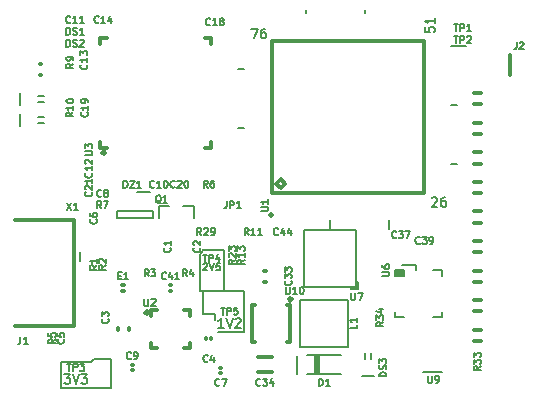
<source format=gto>
G04 #@! TF.FileFunction,Legend,Top*
%FSLAX46Y46*%
G04 Gerber Fmt 4.6, Leading zero omitted, Abs format (unit mm)*
G04 Created by KiCad (PCBNEW (after 2015-mar-04 BZR unknown)-product) date Thu 09 Apr 2015 03:29:38 PM EDT*
%MOMM*%
G01*
G04 APERTURE LIST*
%ADD10C,0.100000*%
%ADD11C,0.200000*%
%ADD12C,0.150000*%
%ADD13C,0.350000*%
%ADD14C,0.300000*%
G04 APERTURE END LIST*
D10*
D11*
X116000000Y-111750000D02*
X116250000Y-111750000D01*
X116000000Y-108750000D02*
X116000000Y-111750000D01*
X116250000Y-108250000D02*
X116000000Y-108750000D01*
X118000000Y-108250000D02*
X116250000Y-108250000D01*
X118000000Y-111750000D02*
X118000000Y-108250000D01*
D12*
X116285714Y-109478571D02*
X116314285Y-109450000D01*
X116371428Y-109421429D01*
X116514285Y-109421429D01*
X116571428Y-109450000D01*
X116599999Y-109478571D01*
X116628571Y-109535714D01*
X116628571Y-109592857D01*
X116599999Y-109678571D01*
X116257142Y-110021429D01*
X116628571Y-110021429D01*
X116800000Y-109421429D02*
X117000000Y-110021429D01*
X117200000Y-109421429D01*
X117685714Y-109421429D02*
X117400000Y-109421429D01*
X117371429Y-109707143D01*
X117400000Y-109678571D01*
X117457143Y-109650000D01*
X117600000Y-109650000D01*
X117657143Y-109678571D01*
X117685714Y-109707143D01*
X117714286Y-109764286D01*
X117714286Y-109907143D01*
X117685714Y-109964286D01*
X117657143Y-109992857D01*
X117600000Y-110021429D01*
X117457143Y-110021429D01*
X117400000Y-109992857D01*
X117371429Y-109964286D01*
D11*
X117250000Y-113750000D02*
X117250000Y-114250000D01*
X116250000Y-113750000D02*
X117250000Y-113750000D01*
X116250000Y-111750000D02*
X116250000Y-113750000D01*
X119750000Y-111750000D02*
X116250000Y-111750000D01*
X119750000Y-115250000D02*
X119750000Y-111750000D01*
X117500000Y-115250000D02*
X119750000Y-115250000D01*
X118004762Y-114861905D02*
X117547619Y-114861905D01*
X117776190Y-114861905D02*
X117776190Y-114061905D01*
X117700000Y-114176190D01*
X117623809Y-114252381D01*
X117547619Y-114290476D01*
X118233333Y-114061905D02*
X118500000Y-114861905D01*
X118766667Y-114061905D01*
X118995238Y-114138095D02*
X119033333Y-114100000D01*
X119109524Y-114061905D01*
X119300000Y-114061905D01*
X119376190Y-114100000D01*
X119414286Y-114138095D01*
X119452381Y-114214286D01*
X119452381Y-114290476D01*
X119414286Y-114404762D01*
X118957143Y-114861905D01*
X119452381Y-114861905D01*
X107000000Y-117500000D02*
X108500000Y-117500000D01*
X106750000Y-117750000D02*
X107000000Y-117500000D01*
X104250000Y-117750000D02*
X106750000Y-117750000D01*
X104250000Y-120000000D02*
X104250000Y-117750000D01*
X108500000Y-120000000D02*
X104250000Y-120000000D01*
X108500000Y-117500000D02*
X108500000Y-120000000D01*
X104509524Y-118811905D02*
X105004762Y-118811905D01*
X104738095Y-119116667D01*
X104852381Y-119116667D01*
X104928571Y-119154762D01*
X104966667Y-119192857D01*
X105004762Y-119269048D01*
X105004762Y-119459524D01*
X104966667Y-119535714D01*
X104928571Y-119573810D01*
X104852381Y-119611905D01*
X104623809Y-119611905D01*
X104547619Y-119573810D01*
X104509524Y-119535714D01*
X105233333Y-118811905D02*
X105500000Y-119611905D01*
X105766667Y-118811905D01*
X105957143Y-118811905D02*
X106452381Y-118811905D01*
X106185714Y-119116667D01*
X106300000Y-119116667D01*
X106376190Y-119154762D01*
X106414286Y-119192857D01*
X106452381Y-119269048D01*
X106452381Y-119459524D01*
X106414286Y-119535714D01*
X106376190Y-119573810D01*
X106300000Y-119611905D01*
X106071428Y-119611905D01*
X105995238Y-119573810D01*
X105957143Y-119535714D01*
X119750000Y-98000000D02*
X119250000Y-98000000D01*
X119750000Y-93000000D02*
X119250000Y-93000000D01*
X125000000Y-88250000D02*
X125000000Y-88000000D01*
X130000000Y-88250000D02*
X130000000Y-88000000D01*
X137250000Y-91000000D02*
X138500000Y-91000000D01*
X137250000Y-96000000D02*
X137750000Y-96000000D01*
X137250000Y-101000000D02*
X137750000Y-101000000D01*
X132000000Y-105750000D02*
X132000000Y-106500000D01*
X127000000Y-105750000D02*
X127000000Y-106500000D01*
X120352381Y-89561905D02*
X120885714Y-89561905D01*
X120542857Y-90361905D01*
X121533333Y-89561905D02*
X121380952Y-89561905D01*
X121304762Y-89600000D01*
X121266667Y-89638095D01*
X121190476Y-89752381D01*
X121152381Y-89904762D01*
X121152381Y-90209524D01*
X121190476Y-90285714D01*
X121228571Y-90323810D01*
X121304762Y-90361905D01*
X121457143Y-90361905D01*
X121533333Y-90323810D01*
X121571429Y-90285714D01*
X121609524Y-90209524D01*
X121609524Y-90019048D01*
X121571429Y-89942857D01*
X121533333Y-89904762D01*
X121457143Y-89866667D01*
X121304762Y-89866667D01*
X121228571Y-89904762D01*
X121190476Y-89942857D01*
X121152381Y-90019048D01*
D12*
X135061905Y-89440476D02*
X135061905Y-89821429D01*
X135442857Y-89859524D01*
X135404762Y-89821429D01*
X135366667Y-89745238D01*
X135366667Y-89554762D01*
X135404762Y-89478572D01*
X135442857Y-89440476D01*
X135519048Y-89402381D01*
X135709524Y-89402381D01*
X135785714Y-89440476D01*
X135823810Y-89478572D01*
X135861905Y-89554762D01*
X135861905Y-89745238D01*
X135823810Y-89821429D01*
X135785714Y-89859524D01*
X135861905Y-88640476D02*
X135861905Y-89097619D01*
X135861905Y-88869048D02*
X135061905Y-88869048D01*
X135176190Y-88945238D01*
X135252381Y-89021429D01*
X135290476Y-89097619D01*
X135640476Y-103888095D02*
X135678571Y-103850000D01*
X135754762Y-103811905D01*
X135945238Y-103811905D01*
X136021428Y-103850000D01*
X136059524Y-103888095D01*
X136097619Y-103964286D01*
X136097619Y-104040476D01*
X136059524Y-104154762D01*
X135602381Y-104611905D01*
X136097619Y-104611905D01*
X136783333Y-103811905D02*
X136630952Y-103811905D01*
X136554762Y-103850000D01*
X136516667Y-103888095D01*
X136440476Y-104002381D01*
X136402381Y-104154762D01*
X136402381Y-104459524D01*
X136440476Y-104535714D01*
X136478571Y-104573810D01*
X136554762Y-104611905D01*
X136707143Y-104611905D01*
X136783333Y-104573810D01*
X136821429Y-104535714D01*
X136859524Y-104459524D01*
X136859524Y-104269048D01*
X136821429Y-104192857D01*
X136783333Y-104154762D01*
X136707143Y-104116667D01*
X136554762Y-104116667D01*
X136478571Y-104154762D01*
X136440476Y-104192857D01*
X136402381Y-104269048D01*
D13*
X134942000Y-103442000D02*
X134942000Y-90558000D01*
X134942000Y-90558000D02*
X122058000Y-90558000D01*
X122058000Y-90558000D02*
X122058000Y-103442000D01*
X122058000Y-103442000D02*
X134942000Y-103442000D01*
X122820000Y-103061000D02*
X122439000Y-102680000D01*
X122439000Y-102680000D02*
X122820000Y-102299000D01*
X122820000Y-102299000D02*
X123201000Y-102680000D01*
X123201000Y-102680000D02*
X122820000Y-103061000D01*
X122000000Y-105375000D02*
X121925000Y-105300000D01*
X121925000Y-105300000D02*
X122000000Y-105225000D01*
X122000000Y-105225000D02*
X122075000Y-105300000D01*
X122075000Y-105300000D02*
X122000000Y-105375000D01*
X111873000Y-113846000D02*
X111873000Y-113373000D01*
X111873000Y-113373000D02*
X112346000Y-113373000D01*
X114654000Y-113373000D02*
X115127000Y-113373000D01*
X115127000Y-113373000D02*
X115127000Y-113846000D01*
X111873000Y-116154000D02*
X111873000Y-116627000D01*
X111873000Y-116627000D02*
X112346000Y-116627000D01*
X114654000Y-116627000D02*
X115127000Y-116627000D01*
X115127000Y-116627000D02*
X115127000Y-116154000D01*
X111365000Y-113592000D02*
X111492000Y-113465000D01*
X111492000Y-113465000D02*
X111619000Y-113592000D01*
X111619000Y-113592000D02*
X111492000Y-113719000D01*
X111492000Y-113719000D02*
X111365000Y-113592000D01*
D11*
X134300000Y-110000000D02*
X134300000Y-109600000D01*
X134300000Y-109600000D02*
X133100000Y-109600000D01*
X133250000Y-110375000D02*
X132500000Y-110375000D01*
X133250000Y-110125000D02*
X132500000Y-110125000D01*
X132500000Y-110250000D02*
X133250000Y-110250000D01*
X133250000Y-110000000D02*
X133250000Y-110500000D01*
X133250000Y-110500000D02*
X132500000Y-110500000D01*
X132500000Y-110500000D02*
X132500000Y-110000000D01*
X132500000Y-110000000D02*
X133250000Y-110000000D01*
X133250000Y-114000000D02*
X132500000Y-114000000D01*
X132500000Y-114000000D02*
X132500000Y-113500000D01*
X136500000Y-113500000D02*
X136500000Y-114000000D01*
X136500000Y-114000000D02*
X135750000Y-114000000D01*
X135750000Y-110000000D02*
X136500000Y-110000000D01*
X136500000Y-110000000D02*
X136500000Y-110500000D01*
D13*
X108096000Y-99677000D02*
X107573000Y-99677000D01*
X107573000Y-99677000D02*
X107573000Y-99154000D01*
X107573000Y-90846000D02*
X107573000Y-90323000D01*
X107573000Y-90323000D02*
X108096000Y-90323000D01*
X116404000Y-99677000D02*
X116927000Y-99677000D01*
X116927000Y-99677000D02*
X116927000Y-99154000D01*
X116927000Y-90846000D02*
X116927000Y-90323000D01*
X116927000Y-90323000D02*
X116404000Y-90323000D01*
X107842000Y-100185000D02*
X107715000Y-100058000D01*
X107715000Y-100058000D02*
X107842000Y-99931000D01*
X107842000Y-99931000D02*
X107969000Y-100058000D01*
X107969000Y-100058000D02*
X107842000Y-100185000D01*
X123379000Y-112950000D02*
X123627000Y-112950000D01*
X123627000Y-112950000D02*
X123627000Y-116050000D01*
X123627000Y-116050000D02*
X123379000Y-116050000D01*
X120621000Y-112950000D02*
X120373000Y-112950000D01*
X120373000Y-112950000D02*
X120373000Y-116050000D01*
X120373000Y-116050000D02*
X120621000Y-116050000D01*
X123633000Y-112315000D02*
X123760000Y-112442000D01*
X123760000Y-112442000D02*
X123633000Y-112569000D01*
X123633000Y-112569000D02*
X123506000Y-112442000D01*
X123506000Y-112442000D02*
X123633000Y-112315000D01*
X117704000Y-118721000D02*
X117796000Y-118721000D01*
X117796000Y-118721000D02*
X117704000Y-118721000D01*
X117704000Y-118279000D02*
X117796000Y-118279000D01*
X117796000Y-118279000D02*
X117704000Y-118279000D01*
X142250000Y-91750000D02*
X142250000Y-93500000D01*
D12*
X102750000Y-95750000D02*
X102250000Y-95750000D01*
X102250000Y-95250000D02*
X102750000Y-95250000D01*
X100750000Y-95000000D02*
X100750000Y-96000000D01*
X102750000Y-97500000D02*
X102250000Y-97500000D01*
X102250000Y-97000000D02*
X102750000Y-97000000D01*
X100750000Y-96750000D02*
X100750000Y-97750000D01*
X111800000Y-103350000D02*
X110700000Y-103350000D01*
X112000000Y-104950000D02*
X109000000Y-104950000D01*
X109000000Y-104950000D02*
X109000000Y-105550000D01*
X109000000Y-105550000D02*
X112000000Y-105550000D01*
X112000000Y-105550000D02*
X112000000Y-104950000D01*
D13*
X109429000Y-111746000D02*
X109571000Y-111746000D01*
X109571000Y-111746000D02*
X109429000Y-111746000D01*
X109429000Y-111254000D02*
X109571000Y-111254000D01*
X109571000Y-111254000D02*
X109429000Y-111254000D01*
D12*
X105800000Y-108500000D02*
X105800000Y-109250000D01*
D14*
X100300000Y-105750000D02*
X104800000Y-105750000D01*
X104800000Y-105750000D02*
X105300000Y-105750000D01*
X105300000Y-105750000D02*
X105300000Y-114750000D01*
X105300000Y-114750000D02*
X100300000Y-114750000D01*
D12*
X114600000Y-104550000D02*
X115500000Y-104550000D01*
X115500000Y-104550000D02*
X115500000Y-105550000D01*
X112500000Y-105550000D02*
X112500000Y-104550000D01*
X112500000Y-104550000D02*
X113400000Y-104550000D01*
X129400000Y-111000000D02*
X129200000Y-111000000D01*
X129400000Y-111600000D02*
X129400000Y-111000000D01*
X128800000Y-111600000D02*
X129400000Y-111600000D01*
X128800000Y-111400000D02*
X128800000Y-111600000D01*
X129200000Y-111400000D02*
X124800000Y-111400000D01*
X129200000Y-106600000D02*
X129200000Y-111400000D01*
X124800000Y-106600000D02*
X129200000Y-106600000D01*
X124800000Y-111400000D02*
X124800000Y-106600000D01*
D13*
X122096000Y-117354000D02*
X120904000Y-117354000D01*
X120904000Y-117354000D02*
X122096000Y-117354000D01*
X122096000Y-118646000D02*
X120904000Y-118646000D01*
X120904000Y-118646000D02*
X122096000Y-118646000D01*
D12*
X124250000Y-117250000D02*
X124250000Y-118750000D01*
X127900000Y-118800000D02*
X125100000Y-118800000D01*
X126100000Y-117200000D02*
X126100000Y-118800000D01*
X125900000Y-118800000D02*
X125900000Y-117200000D01*
X125700000Y-117200000D02*
X125700000Y-118800000D01*
X125100000Y-117200000D02*
X127900000Y-117200000D01*
X128500000Y-116500000D02*
X124500000Y-116500000D01*
X124500000Y-116500000D02*
X124500000Y-112500000D01*
X124500000Y-112500000D02*
X128500000Y-112500000D01*
X128500000Y-112500000D02*
X128500000Y-116500000D01*
D11*
X134900000Y-118600000D02*
X136500000Y-118600000D01*
D13*
X139771000Y-95029000D02*
X139229000Y-95029000D01*
X139229000Y-95029000D02*
X139771000Y-95029000D01*
X139771000Y-95971000D02*
X139229000Y-95971000D01*
X139229000Y-95971000D02*
X139771000Y-95971000D01*
X139771000Y-97529000D02*
X139229000Y-97529000D01*
X139229000Y-97529000D02*
X139771000Y-97529000D01*
X139771000Y-98471000D02*
X139229000Y-98471000D01*
X139229000Y-98471000D02*
X139771000Y-98471000D01*
X139771000Y-100029000D02*
X139229000Y-100029000D01*
X139229000Y-100029000D02*
X139771000Y-100029000D01*
X139771000Y-100971000D02*
X139229000Y-100971000D01*
X139229000Y-100971000D02*
X139771000Y-100971000D01*
X139771000Y-102529000D02*
X139229000Y-102529000D01*
X139229000Y-102529000D02*
X139771000Y-102529000D01*
X139771000Y-103471000D02*
X139229000Y-103471000D01*
X139229000Y-103471000D02*
X139771000Y-103471000D01*
X139771000Y-105029000D02*
X139229000Y-105029000D01*
X139229000Y-105029000D02*
X139771000Y-105029000D01*
X139771000Y-105971000D02*
X139229000Y-105971000D01*
X139229000Y-105971000D02*
X139771000Y-105971000D01*
X139771000Y-107529000D02*
X139229000Y-107529000D01*
X139229000Y-107529000D02*
X139771000Y-107529000D01*
X139771000Y-108471000D02*
X139229000Y-108471000D01*
X139229000Y-108471000D02*
X139771000Y-108471000D01*
X139771000Y-110029000D02*
X139229000Y-110029000D01*
X139229000Y-110029000D02*
X139771000Y-110029000D01*
X139771000Y-110971000D02*
X139229000Y-110971000D01*
X139229000Y-110971000D02*
X139771000Y-110971000D01*
X139771000Y-112529000D02*
X139229000Y-112529000D01*
X139229000Y-112529000D02*
X139771000Y-112529000D01*
X139771000Y-113471000D02*
X139229000Y-113471000D01*
X139229000Y-113471000D02*
X139771000Y-113471000D01*
X139771000Y-115029000D02*
X139229000Y-115029000D01*
X139229000Y-115029000D02*
X139771000Y-115029000D01*
X139771000Y-115971000D02*
X139229000Y-115971000D01*
X139229000Y-115971000D02*
X139771000Y-115971000D01*
X110296000Y-118029000D02*
X110204000Y-118029000D01*
X110204000Y-118029000D02*
X110296000Y-118029000D01*
X110296000Y-118471000D02*
X110204000Y-118471000D01*
X110204000Y-118471000D02*
X110296000Y-118471000D01*
X109029000Y-114929000D02*
X109029000Y-115071000D01*
X109029000Y-115071000D02*
X109029000Y-114929000D01*
X109971000Y-114929000D02*
X109971000Y-115071000D01*
X109971000Y-115071000D02*
X109971000Y-114929000D01*
X102571000Y-92529000D02*
X102429000Y-92529000D01*
X102429000Y-92529000D02*
X102571000Y-92529000D01*
X102571000Y-93471000D02*
X102429000Y-93471000D01*
X102429000Y-93471000D02*
X102571000Y-93471000D01*
X121571000Y-110029000D02*
X121429000Y-110029000D01*
X121429000Y-110029000D02*
X121571000Y-110029000D01*
X121571000Y-110971000D02*
X121429000Y-110971000D01*
X121429000Y-110971000D02*
X121571000Y-110971000D01*
D12*
X130500000Y-117000000D02*
X130500000Y-117500000D01*
X130000000Y-117500000D02*
X130000000Y-117000000D01*
X129750000Y-119000000D02*
X130750000Y-119000000D01*
D13*
X113454000Y-111721000D02*
X113546000Y-111721000D01*
X113546000Y-111721000D02*
X113454000Y-111721000D01*
X113454000Y-111279000D02*
X113546000Y-111279000D01*
X113546000Y-111279000D02*
X113454000Y-111279000D01*
X116971000Y-115796000D02*
X116971000Y-115704000D01*
X116971000Y-115704000D02*
X116971000Y-115796000D01*
X116529000Y-115796000D02*
X116529000Y-115704000D01*
X116529000Y-115704000D02*
X116529000Y-115796000D01*
D12*
X112114285Y-102964286D02*
X112085714Y-102992857D01*
X112000000Y-103021429D01*
X111942857Y-103021429D01*
X111857142Y-102992857D01*
X111800000Y-102935714D01*
X111771428Y-102878571D01*
X111742857Y-102764286D01*
X111742857Y-102678571D01*
X111771428Y-102564286D01*
X111800000Y-102507143D01*
X111857142Y-102450000D01*
X111942857Y-102421429D01*
X112000000Y-102421429D01*
X112085714Y-102450000D01*
X112114285Y-102478571D01*
X112685714Y-103021429D02*
X112342857Y-103021429D01*
X112514285Y-103021429D02*
X112514285Y-102421429D01*
X112457142Y-102507143D01*
X112400000Y-102564286D01*
X112342857Y-102592857D01*
X113057143Y-102421429D02*
X113114286Y-102421429D01*
X113171429Y-102450000D01*
X113200000Y-102478571D01*
X113228571Y-102535714D01*
X113257143Y-102650000D01*
X113257143Y-102792857D01*
X113228571Y-102907143D01*
X113200000Y-102964286D01*
X113171429Y-102992857D01*
X113114286Y-103021429D01*
X113057143Y-103021429D01*
X113000000Y-102992857D01*
X112971429Y-102964286D01*
X112942857Y-102907143D01*
X112914286Y-102792857D01*
X112914286Y-102650000D01*
X112942857Y-102535714D01*
X112971429Y-102478571D01*
X113000000Y-102450000D01*
X113057143Y-102421429D01*
X121171429Y-104957143D02*
X121657143Y-104957143D01*
X121714286Y-104928571D01*
X121742857Y-104900000D01*
X121771429Y-104842857D01*
X121771429Y-104728571D01*
X121742857Y-104671429D01*
X121714286Y-104642857D01*
X121657143Y-104614286D01*
X121171429Y-104614286D01*
X121771429Y-104014286D02*
X121771429Y-104357143D01*
X121771429Y-104185715D02*
X121171429Y-104185715D01*
X121257143Y-104242858D01*
X121314286Y-104300000D01*
X121342857Y-104357143D01*
X111292857Y-112421429D02*
X111292857Y-112907143D01*
X111321429Y-112964286D01*
X111350000Y-112992857D01*
X111407143Y-113021429D01*
X111521429Y-113021429D01*
X111578571Y-112992857D01*
X111607143Y-112964286D01*
X111635714Y-112907143D01*
X111635714Y-112421429D01*
X111892857Y-112478571D02*
X111921428Y-112450000D01*
X111978571Y-112421429D01*
X112121428Y-112421429D01*
X112178571Y-112450000D01*
X112207142Y-112478571D01*
X112235714Y-112535714D01*
X112235714Y-112592857D01*
X112207142Y-112678571D01*
X111864285Y-113021429D01*
X112235714Y-113021429D01*
X131421429Y-110457143D02*
X131907143Y-110457143D01*
X131964286Y-110428571D01*
X131992857Y-110400000D01*
X132021429Y-110342857D01*
X132021429Y-110228571D01*
X131992857Y-110171429D01*
X131964286Y-110142857D01*
X131907143Y-110114286D01*
X131421429Y-110114286D01*
X131421429Y-109571429D02*
X131421429Y-109685715D01*
X131450000Y-109742858D01*
X131478571Y-109771429D01*
X131564286Y-109828572D01*
X131678571Y-109857143D01*
X131907143Y-109857143D01*
X131964286Y-109828572D01*
X131992857Y-109800000D01*
X132021429Y-109742858D01*
X132021429Y-109628572D01*
X131992857Y-109571429D01*
X131964286Y-109542858D01*
X131907143Y-109514286D01*
X131764286Y-109514286D01*
X131707143Y-109542858D01*
X131678571Y-109571429D01*
X131650000Y-109628572D01*
X131650000Y-109742858D01*
X131678571Y-109800000D01*
X131707143Y-109828572D01*
X131764286Y-109857143D01*
X106271429Y-100257143D02*
X106757143Y-100257143D01*
X106814286Y-100228571D01*
X106842857Y-100200000D01*
X106871429Y-100142857D01*
X106871429Y-100028571D01*
X106842857Y-99971429D01*
X106814286Y-99942857D01*
X106757143Y-99914286D01*
X106271429Y-99914286D01*
X106271429Y-99685715D02*
X106271429Y-99314286D01*
X106500000Y-99514286D01*
X106500000Y-99428572D01*
X106528571Y-99371429D01*
X106557143Y-99342858D01*
X106614286Y-99314286D01*
X106757143Y-99314286D01*
X106814286Y-99342858D01*
X106842857Y-99371429D01*
X106871429Y-99428572D01*
X106871429Y-99600000D01*
X106842857Y-99657143D01*
X106814286Y-99685715D01*
X118250000Y-104171429D02*
X118250000Y-104600000D01*
X118221428Y-104685714D01*
X118164285Y-104742857D01*
X118078571Y-104771429D01*
X118021428Y-104771429D01*
X118535714Y-104771429D02*
X118535714Y-104171429D01*
X118764286Y-104171429D01*
X118821428Y-104200000D01*
X118850000Y-104228571D01*
X118878571Y-104285714D01*
X118878571Y-104371429D01*
X118850000Y-104428571D01*
X118821428Y-104457143D01*
X118764286Y-104485714D01*
X118535714Y-104485714D01*
X119450000Y-104771429D02*
X119107143Y-104771429D01*
X119278571Y-104771429D02*
X119278571Y-104171429D01*
X119221428Y-104257143D01*
X119164286Y-104314286D01*
X119107143Y-104342857D01*
X123257143Y-111421429D02*
X123257143Y-111907143D01*
X123285715Y-111964286D01*
X123314286Y-111992857D01*
X123371429Y-112021429D01*
X123485715Y-112021429D01*
X123542857Y-111992857D01*
X123571429Y-111964286D01*
X123600000Y-111907143D01*
X123600000Y-111421429D01*
X124200000Y-112021429D02*
X123857143Y-112021429D01*
X124028571Y-112021429D02*
X124028571Y-111421429D01*
X123971428Y-111507143D01*
X123914286Y-111564286D01*
X123857143Y-111592857D01*
X124571429Y-111421429D02*
X124628572Y-111421429D01*
X124685715Y-111450000D01*
X124714286Y-111478571D01*
X124742857Y-111535714D01*
X124771429Y-111650000D01*
X124771429Y-111792857D01*
X124742857Y-111907143D01*
X124714286Y-111964286D01*
X124685715Y-111992857D01*
X124628572Y-112021429D01*
X124571429Y-112021429D01*
X124514286Y-111992857D01*
X124485715Y-111964286D01*
X124457143Y-111907143D01*
X124428572Y-111792857D01*
X124428572Y-111650000D01*
X124457143Y-111535714D01*
X124485715Y-111478571D01*
X124514286Y-111450000D01*
X124571429Y-111421429D01*
X117650000Y-119714286D02*
X117621429Y-119742857D01*
X117535715Y-119771429D01*
X117478572Y-119771429D01*
X117392857Y-119742857D01*
X117335715Y-119685714D01*
X117307143Y-119628571D01*
X117278572Y-119514286D01*
X117278572Y-119428571D01*
X117307143Y-119314286D01*
X117335715Y-119257143D01*
X117392857Y-119200000D01*
X117478572Y-119171429D01*
X117535715Y-119171429D01*
X117621429Y-119200000D01*
X117650000Y-119228571D01*
X117850000Y-119171429D02*
X118250000Y-119171429D01*
X117992857Y-119771429D01*
X142800000Y-90671429D02*
X142800000Y-91100000D01*
X142771428Y-91185714D01*
X142714285Y-91242857D01*
X142628571Y-91271429D01*
X142571428Y-91271429D01*
X143057143Y-90728571D02*
X143085714Y-90700000D01*
X143142857Y-90671429D01*
X143285714Y-90671429D01*
X143342857Y-90700000D01*
X143371428Y-90728571D01*
X143400000Y-90785714D01*
X143400000Y-90842857D01*
X143371428Y-90928571D01*
X143028571Y-91271429D01*
X143400000Y-91271429D01*
X104714285Y-104271429D02*
X105114285Y-104871429D01*
X105114285Y-104271429D02*
X104714285Y-104871429D01*
X105657143Y-104871429D02*
X105314286Y-104871429D01*
X105485714Y-104871429D02*
X105485714Y-104271429D01*
X105428571Y-104357143D01*
X105371429Y-104414286D01*
X105314286Y-104442857D01*
X104671428Y-90071429D02*
X104671428Y-89471429D01*
X104814285Y-89471429D01*
X104900000Y-89500000D01*
X104957142Y-89557143D01*
X104985714Y-89614286D01*
X105014285Y-89728571D01*
X105014285Y-89814286D01*
X104985714Y-89928571D01*
X104957142Y-89985714D01*
X104900000Y-90042857D01*
X104814285Y-90071429D01*
X104671428Y-90071429D01*
X105242857Y-90042857D02*
X105328571Y-90071429D01*
X105471428Y-90071429D01*
X105528571Y-90042857D01*
X105557142Y-90014286D01*
X105585714Y-89957143D01*
X105585714Y-89900000D01*
X105557142Y-89842857D01*
X105528571Y-89814286D01*
X105471428Y-89785714D01*
X105357142Y-89757143D01*
X105300000Y-89728571D01*
X105271428Y-89700000D01*
X105242857Y-89642857D01*
X105242857Y-89585714D01*
X105271428Y-89528571D01*
X105300000Y-89500000D01*
X105357142Y-89471429D01*
X105500000Y-89471429D01*
X105585714Y-89500000D01*
X106157143Y-90071429D02*
X105814286Y-90071429D01*
X105985714Y-90071429D02*
X105985714Y-89471429D01*
X105928571Y-89557143D01*
X105871429Y-89614286D01*
X105814286Y-89642857D01*
X104671428Y-91071429D02*
X104671428Y-90471429D01*
X104814285Y-90471429D01*
X104900000Y-90500000D01*
X104957142Y-90557143D01*
X104985714Y-90614286D01*
X105014285Y-90728571D01*
X105014285Y-90814286D01*
X104985714Y-90928571D01*
X104957142Y-90985714D01*
X104900000Y-91042857D01*
X104814285Y-91071429D01*
X104671428Y-91071429D01*
X105242857Y-91042857D02*
X105328571Y-91071429D01*
X105471428Y-91071429D01*
X105528571Y-91042857D01*
X105557142Y-91014286D01*
X105585714Y-90957143D01*
X105585714Y-90900000D01*
X105557142Y-90842857D01*
X105528571Y-90814286D01*
X105471428Y-90785714D01*
X105357142Y-90757143D01*
X105300000Y-90728571D01*
X105271428Y-90700000D01*
X105242857Y-90642857D01*
X105242857Y-90585714D01*
X105271428Y-90528571D01*
X105300000Y-90500000D01*
X105357142Y-90471429D01*
X105500000Y-90471429D01*
X105585714Y-90500000D01*
X105814286Y-90528571D02*
X105842857Y-90500000D01*
X105900000Y-90471429D01*
X106042857Y-90471429D01*
X106100000Y-90500000D01*
X106128571Y-90528571D01*
X106157143Y-90585714D01*
X106157143Y-90642857D01*
X106128571Y-90728571D01*
X105785714Y-91071429D01*
X106157143Y-91071429D01*
X109521428Y-103021429D02*
X109521428Y-102421429D01*
X109664285Y-102421429D01*
X109750000Y-102450000D01*
X109807142Y-102507143D01*
X109835714Y-102564286D01*
X109864285Y-102678571D01*
X109864285Y-102764286D01*
X109835714Y-102878571D01*
X109807142Y-102935714D01*
X109750000Y-102992857D01*
X109664285Y-103021429D01*
X109521428Y-103021429D01*
X110064285Y-102421429D02*
X110464285Y-102421429D01*
X110064285Y-103021429D01*
X110464285Y-103021429D01*
X111007143Y-103021429D02*
X110664286Y-103021429D01*
X110835714Y-103021429D02*
X110835714Y-102421429D01*
X110778571Y-102507143D01*
X110721429Y-102564286D01*
X110664286Y-102592857D01*
X109085714Y-110457143D02*
X109285714Y-110457143D01*
X109371428Y-110771429D02*
X109085714Y-110771429D01*
X109085714Y-110171429D01*
X109371428Y-110171429D01*
X109942857Y-110771429D02*
X109600000Y-110771429D01*
X109771428Y-110771429D02*
X109771428Y-110171429D01*
X109714285Y-110257143D01*
X109657143Y-110314286D01*
X109600000Y-110342857D01*
X100800000Y-115671429D02*
X100800000Y-116100000D01*
X100771428Y-116185714D01*
X100714285Y-116242857D01*
X100628571Y-116271429D01*
X100571428Y-116271429D01*
X101400000Y-116271429D02*
X101057143Y-116271429D01*
X101228571Y-116271429D02*
X101228571Y-115671429D01*
X101171428Y-115757143D01*
X101114286Y-115814286D01*
X101057143Y-115842857D01*
X112692857Y-104328571D02*
X112635714Y-104300000D01*
X112578571Y-104242857D01*
X112492857Y-104157143D01*
X112435714Y-104128571D01*
X112378571Y-104128571D01*
X112407143Y-104271429D02*
X112350000Y-104242857D01*
X112292857Y-104185714D01*
X112264286Y-104071429D01*
X112264286Y-103871429D01*
X112292857Y-103757143D01*
X112350000Y-103700000D01*
X112407143Y-103671429D01*
X112521429Y-103671429D01*
X112578571Y-103700000D01*
X112635714Y-103757143D01*
X112664286Y-103871429D01*
X112664286Y-104071429D01*
X112635714Y-104185714D01*
X112578571Y-104242857D01*
X112521429Y-104271429D01*
X112407143Y-104271429D01*
X113235714Y-104271429D02*
X112892857Y-104271429D01*
X113064285Y-104271429D02*
X113064285Y-103671429D01*
X113007142Y-103757143D01*
X112950000Y-103814286D01*
X112892857Y-103842857D01*
X128792857Y-111921429D02*
X128792857Y-112407143D01*
X128821429Y-112464286D01*
X128850000Y-112492857D01*
X128907143Y-112521429D01*
X129021429Y-112521429D01*
X129078571Y-112492857D01*
X129107143Y-112464286D01*
X129135714Y-112407143D01*
X129135714Y-111921429D01*
X129364285Y-111921429D02*
X129764285Y-111921429D01*
X129507142Y-112521429D01*
X121114285Y-119714286D02*
X121085714Y-119742857D01*
X121000000Y-119771429D01*
X120942857Y-119771429D01*
X120857142Y-119742857D01*
X120800000Y-119685714D01*
X120771428Y-119628571D01*
X120742857Y-119514286D01*
X120742857Y-119428571D01*
X120771428Y-119314286D01*
X120800000Y-119257143D01*
X120857142Y-119200000D01*
X120942857Y-119171429D01*
X121000000Y-119171429D01*
X121085714Y-119200000D01*
X121114285Y-119228571D01*
X121314285Y-119171429D02*
X121685714Y-119171429D01*
X121485714Y-119400000D01*
X121571428Y-119400000D01*
X121628571Y-119428571D01*
X121657142Y-119457143D01*
X121685714Y-119514286D01*
X121685714Y-119657143D01*
X121657142Y-119714286D01*
X121628571Y-119742857D01*
X121571428Y-119771429D01*
X121400000Y-119771429D01*
X121342857Y-119742857D01*
X121314285Y-119714286D01*
X122200000Y-119371429D02*
X122200000Y-119771429D01*
X122057143Y-119142857D02*
X121914286Y-119571429D01*
X122285714Y-119571429D01*
X126057143Y-119771429D02*
X126057143Y-119171429D01*
X126200000Y-119171429D01*
X126285715Y-119200000D01*
X126342857Y-119257143D01*
X126371429Y-119314286D01*
X126400000Y-119428571D01*
X126400000Y-119514286D01*
X126371429Y-119628571D01*
X126342857Y-119685714D01*
X126285715Y-119742857D01*
X126200000Y-119771429D01*
X126057143Y-119771429D01*
X126971429Y-119771429D02*
X126628572Y-119771429D01*
X126800000Y-119771429D02*
X126800000Y-119171429D01*
X126742857Y-119257143D01*
X126685715Y-119314286D01*
X126628572Y-119342857D01*
X129271429Y-114600000D02*
X129271429Y-114885714D01*
X128671429Y-114885714D01*
X129271429Y-114085714D02*
X129271429Y-114428571D01*
X129271429Y-114257143D02*
X128671429Y-114257143D01*
X128757143Y-114314286D01*
X128814286Y-114371428D01*
X128842857Y-114428571D01*
X135292857Y-118921429D02*
X135292857Y-119407143D01*
X135321429Y-119464286D01*
X135350000Y-119492857D01*
X135407143Y-119521429D01*
X135521429Y-119521429D01*
X135578571Y-119492857D01*
X135607143Y-119464286D01*
X135635714Y-119407143D01*
X135635714Y-118921429D01*
X135950000Y-119521429D02*
X136064285Y-119521429D01*
X136121428Y-119492857D01*
X136150000Y-119464286D01*
X136207142Y-119378571D01*
X136235714Y-119264286D01*
X136235714Y-119035714D01*
X136207142Y-118978571D01*
X136178571Y-118950000D01*
X136121428Y-118921429D01*
X136007142Y-118921429D01*
X135950000Y-118950000D01*
X135921428Y-118978571D01*
X135892857Y-119035714D01*
X135892857Y-119178571D01*
X135921428Y-119235714D01*
X135950000Y-119264286D01*
X136007142Y-119292857D01*
X136121428Y-119292857D01*
X136178571Y-119264286D01*
X136207142Y-119235714D01*
X136235714Y-119178571D01*
X105271429Y-92500000D02*
X104985714Y-92700000D01*
X105271429Y-92842857D02*
X104671429Y-92842857D01*
X104671429Y-92614285D01*
X104700000Y-92557143D01*
X104728571Y-92528571D01*
X104785714Y-92500000D01*
X104871429Y-92500000D01*
X104928571Y-92528571D01*
X104957143Y-92557143D01*
X104985714Y-92614285D01*
X104985714Y-92842857D01*
X105271429Y-92214285D02*
X105271429Y-92100000D01*
X105242857Y-92042857D01*
X105214286Y-92014285D01*
X105128571Y-91957143D01*
X105014286Y-91928571D01*
X104785714Y-91928571D01*
X104728571Y-91957143D01*
X104700000Y-91985714D01*
X104671429Y-92042857D01*
X104671429Y-92157143D01*
X104700000Y-92214285D01*
X104728571Y-92242857D01*
X104785714Y-92271428D01*
X104928571Y-92271428D01*
X104985714Y-92242857D01*
X105014286Y-92214285D01*
X105042857Y-92157143D01*
X105042857Y-92042857D01*
X105014286Y-91985714D01*
X104985714Y-91957143D01*
X104928571Y-91928571D01*
X105271429Y-96635715D02*
X104985714Y-96835715D01*
X105271429Y-96978572D02*
X104671429Y-96978572D01*
X104671429Y-96750000D01*
X104700000Y-96692858D01*
X104728571Y-96664286D01*
X104785714Y-96635715D01*
X104871429Y-96635715D01*
X104928571Y-96664286D01*
X104957143Y-96692858D01*
X104985714Y-96750000D01*
X104985714Y-96978572D01*
X105271429Y-96064286D02*
X105271429Y-96407143D01*
X105271429Y-96235715D02*
X104671429Y-96235715D01*
X104757143Y-96292858D01*
X104814286Y-96350000D01*
X104842857Y-96407143D01*
X104671429Y-95692857D02*
X104671429Y-95635714D01*
X104700000Y-95578571D01*
X104728571Y-95550000D01*
X104785714Y-95521429D01*
X104900000Y-95492857D01*
X105042857Y-95492857D01*
X105157143Y-95521429D01*
X105214286Y-95550000D01*
X105242857Y-95578571D01*
X105271429Y-95635714D01*
X105271429Y-95692857D01*
X105242857Y-95750000D01*
X105214286Y-95778571D01*
X105157143Y-95807143D01*
X105042857Y-95835714D01*
X104900000Y-95835714D01*
X104785714Y-95807143D01*
X104728571Y-95778571D01*
X104700000Y-95750000D01*
X104671429Y-95692857D01*
X107414285Y-89014286D02*
X107385714Y-89042857D01*
X107300000Y-89071429D01*
X107242857Y-89071429D01*
X107157142Y-89042857D01*
X107100000Y-88985714D01*
X107071428Y-88928571D01*
X107042857Y-88814286D01*
X107042857Y-88728571D01*
X107071428Y-88614286D01*
X107100000Y-88557143D01*
X107157142Y-88500000D01*
X107242857Y-88471429D01*
X107300000Y-88471429D01*
X107385714Y-88500000D01*
X107414285Y-88528571D01*
X107985714Y-89071429D02*
X107642857Y-89071429D01*
X107814285Y-89071429D02*
X107814285Y-88471429D01*
X107757142Y-88557143D01*
X107700000Y-88614286D01*
X107642857Y-88642857D01*
X108500000Y-88671429D02*
X108500000Y-89071429D01*
X108357143Y-88442857D02*
X108214286Y-88871429D01*
X108585714Y-88871429D01*
X116864285Y-89214286D02*
X116835714Y-89242857D01*
X116750000Y-89271429D01*
X116692857Y-89271429D01*
X116607142Y-89242857D01*
X116550000Y-89185714D01*
X116521428Y-89128571D01*
X116492857Y-89014286D01*
X116492857Y-88928571D01*
X116521428Y-88814286D01*
X116550000Y-88757143D01*
X116607142Y-88700000D01*
X116692857Y-88671429D01*
X116750000Y-88671429D01*
X116835714Y-88700000D01*
X116864285Y-88728571D01*
X117435714Y-89271429D02*
X117092857Y-89271429D01*
X117264285Y-89271429D02*
X117264285Y-88671429D01*
X117207142Y-88757143D01*
X117150000Y-88814286D01*
X117092857Y-88842857D01*
X117778571Y-88928571D02*
X117721429Y-88900000D01*
X117692857Y-88871429D01*
X117664286Y-88814286D01*
X117664286Y-88785714D01*
X117692857Y-88728571D01*
X117721429Y-88700000D01*
X117778571Y-88671429D01*
X117892857Y-88671429D01*
X117950000Y-88700000D01*
X117978571Y-88728571D01*
X118007143Y-88785714D01*
X118007143Y-88814286D01*
X117978571Y-88871429D01*
X117950000Y-88900000D01*
X117892857Y-88928571D01*
X117778571Y-88928571D01*
X117721429Y-88957143D01*
X117692857Y-88985714D01*
X117664286Y-89042857D01*
X117664286Y-89157143D01*
X117692857Y-89214286D01*
X117721429Y-89242857D01*
X117778571Y-89271429D01*
X117892857Y-89271429D01*
X117950000Y-89242857D01*
X117978571Y-89214286D01*
X118007143Y-89157143D01*
X118007143Y-89042857D01*
X117978571Y-88985714D01*
X117950000Y-88957143D01*
X117892857Y-88928571D01*
X106414286Y-92585715D02*
X106442857Y-92614286D01*
X106471429Y-92700000D01*
X106471429Y-92757143D01*
X106442857Y-92842858D01*
X106385714Y-92900000D01*
X106328571Y-92928572D01*
X106214286Y-92957143D01*
X106128571Y-92957143D01*
X106014286Y-92928572D01*
X105957143Y-92900000D01*
X105900000Y-92842858D01*
X105871429Y-92757143D01*
X105871429Y-92700000D01*
X105900000Y-92614286D01*
X105928571Y-92585715D01*
X106471429Y-92014286D02*
X106471429Y-92357143D01*
X106471429Y-92185715D02*
X105871429Y-92185715D01*
X105957143Y-92242858D01*
X106014286Y-92300000D01*
X106042857Y-92357143D01*
X105871429Y-91814286D02*
X105871429Y-91442857D01*
X106100000Y-91642857D01*
X106100000Y-91557143D01*
X106128571Y-91500000D01*
X106157143Y-91471429D01*
X106214286Y-91442857D01*
X106357143Y-91442857D01*
X106414286Y-91471429D01*
X106442857Y-91500000D01*
X106471429Y-91557143D01*
X106471429Y-91728571D01*
X106442857Y-91785714D01*
X106414286Y-91814286D01*
X106464286Y-96635715D02*
X106492857Y-96664286D01*
X106521429Y-96750000D01*
X106521429Y-96807143D01*
X106492857Y-96892858D01*
X106435714Y-96950000D01*
X106378571Y-96978572D01*
X106264286Y-97007143D01*
X106178571Y-97007143D01*
X106064286Y-96978572D01*
X106007143Y-96950000D01*
X105950000Y-96892858D01*
X105921429Y-96807143D01*
X105921429Y-96750000D01*
X105950000Y-96664286D01*
X105978571Y-96635715D01*
X106521429Y-96064286D02*
X106521429Y-96407143D01*
X106521429Y-96235715D02*
X105921429Y-96235715D01*
X106007143Y-96292858D01*
X106064286Y-96350000D01*
X106092857Y-96407143D01*
X106521429Y-95778571D02*
X106521429Y-95664286D01*
X106492857Y-95607143D01*
X106464286Y-95578571D01*
X106378571Y-95521429D01*
X106264286Y-95492857D01*
X106035714Y-95492857D01*
X105978571Y-95521429D01*
X105950000Y-95550000D01*
X105921429Y-95607143D01*
X105921429Y-95721429D01*
X105950000Y-95778571D01*
X105978571Y-95807143D01*
X106035714Y-95835714D01*
X106178571Y-95835714D01*
X106235714Y-95807143D01*
X106264286Y-95778571D01*
X106292857Y-95721429D01*
X106292857Y-95607143D01*
X106264286Y-95550000D01*
X106235714Y-95521429D01*
X106178571Y-95492857D01*
X113864285Y-102964286D02*
X113835714Y-102992857D01*
X113750000Y-103021429D01*
X113692857Y-103021429D01*
X113607142Y-102992857D01*
X113550000Y-102935714D01*
X113521428Y-102878571D01*
X113492857Y-102764286D01*
X113492857Y-102678571D01*
X113521428Y-102564286D01*
X113550000Y-102507143D01*
X113607142Y-102450000D01*
X113692857Y-102421429D01*
X113750000Y-102421429D01*
X113835714Y-102450000D01*
X113864285Y-102478571D01*
X114092857Y-102478571D02*
X114121428Y-102450000D01*
X114178571Y-102421429D01*
X114321428Y-102421429D01*
X114378571Y-102450000D01*
X114407142Y-102478571D01*
X114435714Y-102535714D01*
X114435714Y-102592857D01*
X114407142Y-102678571D01*
X114064285Y-103021429D01*
X114435714Y-103021429D01*
X114807143Y-102421429D02*
X114864286Y-102421429D01*
X114921429Y-102450000D01*
X114950000Y-102478571D01*
X114978571Y-102535714D01*
X115007143Y-102650000D01*
X115007143Y-102792857D01*
X114978571Y-102907143D01*
X114950000Y-102964286D01*
X114921429Y-102992857D01*
X114864286Y-103021429D01*
X114807143Y-103021429D01*
X114750000Y-102992857D01*
X114721429Y-102964286D01*
X114692857Y-102907143D01*
X114664286Y-102792857D01*
X114664286Y-102650000D01*
X114692857Y-102535714D01*
X114721429Y-102478571D01*
X114750000Y-102450000D01*
X114807143Y-102421429D01*
X110150000Y-117464286D02*
X110121429Y-117492857D01*
X110035715Y-117521429D01*
X109978572Y-117521429D01*
X109892857Y-117492857D01*
X109835715Y-117435714D01*
X109807143Y-117378571D01*
X109778572Y-117264286D01*
X109778572Y-117178571D01*
X109807143Y-117064286D01*
X109835715Y-117007143D01*
X109892857Y-116950000D01*
X109978572Y-116921429D01*
X110035715Y-116921429D01*
X110121429Y-116950000D01*
X110150000Y-116978571D01*
X110435715Y-117521429D02*
X110550000Y-117521429D01*
X110607143Y-117492857D01*
X110635715Y-117464286D01*
X110692857Y-117378571D01*
X110721429Y-117264286D01*
X110721429Y-117035714D01*
X110692857Y-116978571D01*
X110664286Y-116950000D01*
X110607143Y-116921429D01*
X110492857Y-116921429D01*
X110435715Y-116950000D01*
X110407143Y-116978571D01*
X110378572Y-117035714D01*
X110378572Y-117178571D01*
X110407143Y-117235714D01*
X110435715Y-117264286D01*
X110492857Y-117292857D01*
X110607143Y-117292857D01*
X110664286Y-117264286D01*
X110692857Y-117235714D01*
X110721429Y-117178571D01*
X120114285Y-107021429D02*
X119914285Y-106735714D01*
X119771428Y-107021429D02*
X119771428Y-106421429D01*
X120000000Y-106421429D01*
X120057142Y-106450000D01*
X120085714Y-106478571D01*
X120114285Y-106535714D01*
X120114285Y-106621429D01*
X120085714Y-106678571D01*
X120057142Y-106707143D01*
X120000000Y-106735714D01*
X119771428Y-106735714D01*
X120685714Y-107021429D02*
X120342857Y-107021429D01*
X120514285Y-107021429D02*
X120514285Y-106421429D01*
X120457142Y-106507143D01*
X120400000Y-106564286D01*
X120342857Y-106592857D01*
X121257143Y-107021429D02*
X120914286Y-107021429D01*
X121085714Y-107021429D02*
X121085714Y-106421429D01*
X121028571Y-106507143D01*
X120971429Y-106564286D01*
X120914286Y-106592857D01*
X106814286Y-101785715D02*
X106842857Y-101814286D01*
X106871429Y-101900000D01*
X106871429Y-101957143D01*
X106842857Y-102042858D01*
X106785714Y-102100000D01*
X106728571Y-102128572D01*
X106614286Y-102157143D01*
X106528571Y-102157143D01*
X106414286Y-102128572D01*
X106357143Y-102100000D01*
X106300000Y-102042858D01*
X106271429Y-101957143D01*
X106271429Y-101900000D01*
X106300000Y-101814286D01*
X106328571Y-101785715D01*
X106871429Y-101214286D02*
X106871429Y-101557143D01*
X106871429Y-101385715D02*
X106271429Y-101385715D01*
X106357143Y-101442858D01*
X106414286Y-101500000D01*
X106442857Y-101557143D01*
X106328571Y-100985714D02*
X106300000Y-100957143D01*
X106271429Y-100900000D01*
X106271429Y-100757143D01*
X106300000Y-100700000D01*
X106328571Y-100671429D01*
X106385714Y-100642857D01*
X106442857Y-100642857D01*
X106528571Y-100671429D01*
X106871429Y-101014286D01*
X106871429Y-100642857D01*
X106814286Y-103385715D02*
X106842857Y-103414286D01*
X106871429Y-103500000D01*
X106871429Y-103557143D01*
X106842857Y-103642858D01*
X106785714Y-103700000D01*
X106728571Y-103728572D01*
X106614286Y-103757143D01*
X106528571Y-103757143D01*
X106414286Y-103728572D01*
X106357143Y-103700000D01*
X106300000Y-103642858D01*
X106271429Y-103557143D01*
X106271429Y-103500000D01*
X106300000Y-103414286D01*
X106328571Y-103385715D01*
X106328571Y-103157143D02*
X106300000Y-103128572D01*
X106271429Y-103071429D01*
X106271429Y-102928572D01*
X106300000Y-102871429D01*
X106328571Y-102842858D01*
X106385714Y-102814286D01*
X106442857Y-102814286D01*
X106528571Y-102842858D01*
X106871429Y-103185715D01*
X106871429Y-102814286D01*
X106871429Y-102242857D02*
X106871429Y-102585714D01*
X106871429Y-102414286D02*
X106271429Y-102414286D01*
X106357143Y-102471429D01*
X106414286Y-102528571D01*
X106442857Y-102585714D01*
X107650000Y-103714286D02*
X107621429Y-103742857D01*
X107535715Y-103771429D01*
X107478572Y-103771429D01*
X107392857Y-103742857D01*
X107335715Y-103685714D01*
X107307143Y-103628571D01*
X107278572Y-103514286D01*
X107278572Y-103428571D01*
X107307143Y-103314286D01*
X107335715Y-103257143D01*
X107392857Y-103200000D01*
X107478572Y-103171429D01*
X107535715Y-103171429D01*
X107621429Y-103200000D01*
X107650000Y-103228571D01*
X107992857Y-103428571D02*
X107935715Y-103400000D01*
X107907143Y-103371429D01*
X107878572Y-103314286D01*
X107878572Y-103285714D01*
X107907143Y-103228571D01*
X107935715Y-103200000D01*
X107992857Y-103171429D01*
X108107143Y-103171429D01*
X108164286Y-103200000D01*
X108192857Y-103228571D01*
X108221429Y-103285714D01*
X108221429Y-103314286D01*
X108192857Y-103371429D01*
X108164286Y-103400000D01*
X108107143Y-103428571D01*
X107992857Y-103428571D01*
X107935715Y-103457143D01*
X107907143Y-103485714D01*
X107878572Y-103542857D01*
X107878572Y-103657143D01*
X107907143Y-103714286D01*
X107935715Y-103742857D01*
X107992857Y-103771429D01*
X108107143Y-103771429D01*
X108164286Y-103742857D01*
X108192857Y-103714286D01*
X108221429Y-103657143D01*
X108221429Y-103542857D01*
X108192857Y-103485714D01*
X108164286Y-103457143D01*
X108107143Y-103428571D01*
X107650000Y-104771429D02*
X107450000Y-104485714D01*
X107307143Y-104771429D02*
X107307143Y-104171429D01*
X107535715Y-104171429D01*
X107592857Y-104200000D01*
X107621429Y-104228571D01*
X107650000Y-104285714D01*
X107650000Y-104371429D01*
X107621429Y-104428571D01*
X107592857Y-104457143D01*
X107535715Y-104485714D01*
X107307143Y-104485714D01*
X107850000Y-104171429D02*
X108250000Y-104171429D01*
X107992857Y-104771429D01*
X116650000Y-103021429D02*
X116450000Y-102735714D01*
X116307143Y-103021429D02*
X116307143Y-102421429D01*
X116535715Y-102421429D01*
X116592857Y-102450000D01*
X116621429Y-102478571D01*
X116650000Y-102535714D01*
X116650000Y-102621429D01*
X116621429Y-102678571D01*
X116592857Y-102707143D01*
X116535715Y-102735714D01*
X116307143Y-102735714D01*
X117164286Y-102421429D02*
X117050000Y-102421429D01*
X116992857Y-102450000D01*
X116964286Y-102478571D01*
X116907143Y-102564286D01*
X116878572Y-102678571D01*
X116878572Y-102907143D01*
X116907143Y-102964286D01*
X116935715Y-102992857D01*
X116992857Y-103021429D01*
X117107143Y-103021429D01*
X117164286Y-102992857D01*
X117192857Y-102964286D01*
X117221429Y-102907143D01*
X117221429Y-102764286D01*
X117192857Y-102707143D01*
X117164286Y-102678571D01*
X117107143Y-102650000D01*
X116992857Y-102650000D01*
X116935715Y-102678571D01*
X116907143Y-102707143D01*
X116878572Y-102764286D01*
X104464286Y-115850000D02*
X104492857Y-115878571D01*
X104521429Y-115964285D01*
X104521429Y-116021428D01*
X104492857Y-116107143D01*
X104435714Y-116164285D01*
X104378571Y-116192857D01*
X104264286Y-116221428D01*
X104178571Y-116221428D01*
X104064286Y-116192857D01*
X104007143Y-116164285D01*
X103950000Y-116107143D01*
X103921429Y-116021428D01*
X103921429Y-115964285D01*
X103950000Y-115878571D01*
X103978571Y-115850000D01*
X103921429Y-115307143D02*
X103921429Y-115592857D01*
X104207143Y-115621428D01*
X104178571Y-115592857D01*
X104150000Y-115535714D01*
X104150000Y-115392857D01*
X104178571Y-115335714D01*
X104207143Y-115307143D01*
X104264286Y-115278571D01*
X104407143Y-115278571D01*
X104464286Y-115307143D01*
X104492857Y-115335714D01*
X104521429Y-115392857D01*
X104521429Y-115535714D01*
X104492857Y-115592857D01*
X104464286Y-115621428D01*
X107214286Y-105700000D02*
X107242857Y-105728571D01*
X107271429Y-105814285D01*
X107271429Y-105871428D01*
X107242857Y-105957143D01*
X107185714Y-106014285D01*
X107128571Y-106042857D01*
X107014286Y-106071428D01*
X106928571Y-106071428D01*
X106814286Y-106042857D01*
X106757143Y-106014285D01*
X106700000Y-105957143D01*
X106671429Y-105871428D01*
X106671429Y-105814285D01*
X106700000Y-105728571D01*
X106728571Y-105700000D01*
X106671429Y-105185714D02*
X106671429Y-105300000D01*
X106700000Y-105357143D01*
X106728571Y-105385714D01*
X106814286Y-105442857D01*
X106928571Y-105471428D01*
X107157143Y-105471428D01*
X107214286Y-105442857D01*
X107242857Y-105414285D01*
X107271429Y-105357143D01*
X107271429Y-105242857D01*
X107242857Y-105185714D01*
X107214286Y-105157143D01*
X107157143Y-105128571D01*
X107014286Y-105128571D01*
X106957143Y-105157143D01*
X106928571Y-105185714D01*
X106900000Y-105242857D01*
X106900000Y-105357143D01*
X106928571Y-105414285D01*
X106957143Y-105442857D01*
X107014286Y-105471428D01*
X107271429Y-109600000D02*
X106985714Y-109800000D01*
X107271429Y-109942857D02*
X106671429Y-109942857D01*
X106671429Y-109714285D01*
X106700000Y-109657143D01*
X106728571Y-109628571D01*
X106785714Y-109600000D01*
X106871429Y-109600000D01*
X106928571Y-109628571D01*
X106957143Y-109657143D01*
X106985714Y-109714285D01*
X106985714Y-109942857D01*
X107271429Y-109028571D02*
X107271429Y-109371428D01*
X107271429Y-109200000D02*
X106671429Y-109200000D01*
X106757143Y-109257143D01*
X106814286Y-109314285D01*
X106842857Y-109371428D01*
X108021429Y-109600000D02*
X107735714Y-109800000D01*
X108021429Y-109942857D02*
X107421429Y-109942857D01*
X107421429Y-109714285D01*
X107450000Y-109657143D01*
X107478571Y-109628571D01*
X107535714Y-109600000D01*
X107621429Y-109600000D01*
X107678571Y-109628571D01*
X107707143Y-109657143D01*
X107735714Y-109714285D01*
X107735714Y-109942857D01*
X107478571Y-109371428D02*
X107450000Y-109342857D01*
X107421429Y-109285714D01*
X107421429Y-109142857D01*
X107450000Y-109085714D01*
X107478571Y-109057143D01*
X107535714Y-109028571D01*
X107592857Y-109028571D01*
X107678571Y-109057143D01*
X108021429Y-109400000D01*
X108021429Y-109028571D01*
X103771429Y-115850000D02*
X103485714Y-116050000D01*
X103771429Y-116192857D02*
X103171429Y-116192857D01*
X103171429Y-115964285D01*
X103200000Y-115907143D01*
X103228571Y-115878571D01*
X103285714Y-115850000D01*
X103371429Y-115850000D01*
X103428571Y-115878571D01*
X103457143Y-115907143D01*
X103485714Y-115964285D01*
X103485714Y-116192857D01*
X103171429Y-115307143D02*
X103171429Y-115592857D01*
X103457143Y-115621428D01*
X103428571Y-115592857D01*
X103400000Y-115535714D01*
X103400000Y-115392857D01*
X103428571Y-115335714D01*
X103457143Y-115307143D01*
X103514286Y-115278571D01*
X103657143Y-115278571D01*
X103714286Y-115307143D01*
X103742857Y-115335714D01*
X103771429Y-115392857D01*
X103771429Y-115535714D01*
X103742857Y-115592857D01*
X103714286Y-115621428D01*
X108214286Y-114100000D02*
X108242857Y-114128571D01*
X108271429Y-114214285D01*
X108271429Y-114271428D01*
X108242857Y-114357143D01*
X108185714Y-114414285D01*
X108128571Y-114442857D01*
X108014286Y-114471428D01*
X107928571Y-114471428D01*
X107814286Y-114442857D01*
X107757143Y-114414285D01*
X107700000Y-114357143D01*
X107671429Y-114271428D01*
X107671429Y-114214285D01*
X107700000Y-114128571D01*
X107728571Y-114100000D01*
X107671429Y-113900000D02*
X107671429Y-113528571D01*
X107900000Y-113728571D01*
X107900000Y-113642857D01*
X107928571Y-113585714D01*
X107957143Y-113557143D01*
X108014286Y-113528571D01*
X108157143Y-113528571D01*
X108214286Y-113557143D01*
X108242857Y-113585714D01*
X108271429Y-113642857D01*
X108271429Y-113814285D01*
X108242857Y-113871428D01*
X108214286Y-113900000D01*
X105014285Y-89014286D02*
X104985714Y-89042857D01*
X104900000Y-89071429D01*
X104842857Y-89071429D01*
X104757142Y-89042857D01*
X104700000Y-88985714D01*
X104671428Y-88928571D01*
X104642857Y-88814286D01*
X104642857Y-88728571D01*
X104671428Y-88614286D01*
X104700000Y-88557143D01*
X104757142Y-88500000D01*
X104842857Y-88471429D01*
X104900000Y-88471429D01*
X104985714Y-88500000D01*
X105014285Y-88528571D01*
X105585714Y-89071429D02*
X105242857Y-89071429D01*
X105414285Y-89071429D02*
X105414285Y-88471429D01*
X105357142Y-88557143D01*
X105300000Y-88614286D01*
X105242857Y-88642857D01*
X106157143Y-89071429D02*
X105814286Y-89071429D01*
X105985714Y-89071429D02*
X105985714Y-88471429D01*
X105928571Y-88557143D01*
X105871429Y-88614286D01*
X105814286Y-88642857D01*
X113464286Y-108100000D02*
X113492857Y-108128571D01*
X113521429Y-108214285D01*
X113521429Y-108271428D01*
X113492857Y-108357143D01*
X113435714Y-108414285D01*
X113378571Y-108442857D01*
X113264286Y-108471428D01*
X113178571Y-108471428D01*
X113064286Y-108442857D01*
X113007143Y-108414285D01*
X112950000Y-108357143D01*
X112921429Y-108271428D01*
X112921429Y-108214285D01*
X112950000Y-108128571D01*
X112978571Y-108100000D01*
X113521429Y-107528571D02*
X113521429Y-107871428D01*
X113521429Y-107700000D02*
X112921429Y-107700000D01*
X113007143Y-107757143D01*
X113064286Y-107814285D01*
X113092857Y-107871428D01*
X111650000Y-110521429D02*
X111450000Y-110235714D01*
X111307143Y-110521429D02*
X111307143Y-109921429D01*
X111535715Y-109921429D01*
X111592857Y-109950000D01*
X111621429Y-109978571D01*
X111650000Y-110035714D01*
X111650000Y-110121429D01*
X111621429Y-110178571D01*
X111592857Y-110207143D01*
X111535715Y-110235714D01*
X111307143Y-110235714D01*
X111850000Y-109921429D02*
X112221429Y-109921429D01*
X112021429Y-110150000D01*
X112107143Y-110150000D01*
X112164286Y-110178571D01*
X112192857Y-110207143D01*
X112221429Y-110264286D01*
X112221429Y-110407143D01*
X112192857Y-110464286D01*
X112164286Y-110492857D01*
X112107143Y-110521429D01*
X111935715Y-110521429D01*
X111878572Y-110492857D01*
X111850000Y-110464286D01*
X115964286Y-108100000D02*
X115992857Y-108128571D01*
X116021429Y-108214285D01*
X116021429Y-108271428D01*
X115992857Y-108357143D01*
X115935714Y-108414285D01*
X115878571Y-108442857D01*
X115764286Y-108471428D01*
X115678571Y-108471428D01*
X115564286Y-108442857D01*
X115507143Y-108414285D01*
X115450000Y-108357143D01*
X115421429Y-108271428D01*
X115421429Y-108214285D01*
X115450000Y-108128571D01*
X115478571Y-108100000D01*
X115478571Y-107871428D02*
X115450000Y-107842857D01*
X115421429Y-107785714D01*
X115421429Y-107642857D01*
X115450000Y-107585714D01*
X115478571Y-107557143D01*
X115535714Y-107528571D01*
X115592857Y-107528571D01*
X115678571Y-107557143D01*
X116021429Y-107900000D01*
X116021429Y-107528571D01*
X114900000Y-110521429D02*
X114700000Y-110235714D01*
X114557143Y-110521429D02*
X114557143Y-109921429D01*
X114785715Y-109921429D01*
X114842857Y-109950000D01*
X114871429Y-109978571D01*
X114900000Y-110035714D01*
X114900000Y-110121429D01*
X114871429Y-110178571D01*
X114842857Y-110207143D01*
X114785715Y-110235714D01*
X114557143Y-110235714D01*
X115414286Y-110121429D02*
X115414286Y-110521429D01*
X115271429Y-109892857D02*
X115128572Y-110321429D01*
X115500000Y-110321429D01*
X132614285Y-107214286D02*
X132585714Y-107242857D01*
X132500000Y-107271429D01*
X132442857Y-107271429D01*
X132357142Y-107242857D01*
X132300000Y-107185714D01*
X132271428Y-107128571D01*
X132242857Y-107014286D01*
X132242857Y-106928571D01*
X132271428Y-106814286D01*
X132300000Y-106757143D01*
X132357142Y-106700000D01*
X132442857Y-106671429D01*
X132500000Y-106671429D01*
X132585714Y-106700000D01*
X132614285Y-106728571D01*
X132814285Y-106671429D02*
X133185714Y-106671429D01*
X132985714Y-106900000D01*
X133071428Y-106900000D01*
X133128571Y-106928571D01*
X133157142Y-106957143D01*
X133185714Y-107014286D01*
X133185714Y-107157143D01*
X133157142Y-107214286D01*
X133128571Y-107242857D01*
X133071428Y-107271429D01*
X132900000Y-107271429D01*
X132842857Y-107242857D01*
X132814285Y-107214286D01*
X133385714Y-106671429D02*
X133785714Y-106671429D01*
X133528571Y-107271429D01*
X134614285Y-107714286D02*
X134585714Y-107742857D01*
X134500000Y-107771429D01*
X134442857Y-107771429D01*
X134357142Y-107742857D01*
X134300000Y-107685714D01*
X134271428Y-107628571D01*
X134242857Y-107514286D01*
X134242857Y-107428571D01*
X134271428Y-107314286D01*
X134300000Y-107257143D01*
X134357142Y-107200000D01*
X134442857Y-107171429D01*
X134500000Y-107171429D01*
X134585714Y-107200000D01*
X134614285Y-107228571D01*
X134814285Y-107171429D02*
X135185714Y-107171429D01*
X134985714Y-107400000D01*
X135071428Y-107400000D01*
X135128571Y-107428571D01*
X135157142Y-107457143D01*
X135185714Y-107514286D01*
X135185714Y-107657143D01*
X135157142Y-107714286D01*
X135128571Y-107742857D01*
X135071428Y-107771429D01*
X134900000Y-107771429D01*
X134842857Y-107742857D01*
X134814285Y-107714286D01*
X135471429Y-107771429D02*
X135585714Y-107771429D01*
X135642857Y-107742857D01*
X135671429Y-107714286D01*
X135728571Y-107628571D01*
X135757143Y-107514286D01*
X135757143Y-107285714D01*
X135728571Y-107228571D01*
X135700000Y-107200000D01*
X135642857Y-107171429D01*
X135528571Y-107171429D01*
X135471429Y-107200000D01*
X135442857Y-107228571D01*
X135414286Y-107285714D01*
X135414286Y-107428571D01*
X135442857Y-107485714D01*
X135471429Y-107514286D01*
X135528571Y-107542857D01*
X135642857Y-107542857D01*
X135700000Y-107514286D01*
X135728571Y-107485714D01*
X135757143Y-107428571D01*
X119771429Y-109135715D02*
X119485714Y-109335715D01*
X119771429Y-109478572D02*
X119171429Y-109478572D01*
X119171429Y-109250000D01*
X119200000Y-109192858D01*
X119228571Y-109164286D01*
X119285714Y-109135715D01*
X119371429Y-109135715D01*
X119428571Y-109164286D01*
X119457143Y-109192858D01*
X119485714Y-109250000D01*
X119485714Y-109478572D01*
X119771429Y-108564286D02*
X119771429Y-108907143D01*
X119771429Y-108735715D02*
X119171429Y-108735715D01*
X119257143Y-108792858D01*
X119314286Y-108850000D01*
X119342857Y-108907143D01*
X119171429Y-108364286D02*
X119171429Y-107992857D01*
X119400000Y-108192857D01*
X119400000Y-108107143D01*
X119428571Y-108050000D01*
X119457143Y-108021429D01*
X119514286Y-107992857D01*
X119657143Y-107992857D01*
X119714286Y-108021429D01*
X119742857Y-108050000D01*
X119771429Y-108107143D01*
X119771429Y-108278571D01*
X119742857Y-108335714D01*
X119714286Y-108364286D01*
X119021429Y-109135715D02*
X118735714Y-109335715D01*
X119021429Y-109478572D02*
X118421429Y-109478572D01*
X118421429Y-109250000D01*
X118450000Y-109192858D01*
X118478571Y-109164286D01*
X118535714Y-109135715D01*
X118621429Y-109135715D01*
X118678571Y-109164286D01*
X118707143Y-109192858D01*
X118735714Y-109250000D01*
X118735714Y-109478572D01*
X118478571Y-108907143D02*
X118450000Y-108878572D01*
X118421429Y-108821429D01*
X118421429Y-108678572D01*
X118450000Y-108621429D01*
X118478571Y-108592858D01*
X118535714Y-108564286D01*
X118592857Y-108564286D01*
X118678571Y-108592858D01*
X119021429Y-108935715D01*
X119021429Y-108564286D01*
X118421429Y-108364286D02*
X118421429Y-107992857D01*
X118650000Y-108192857D01*
X118650000Y-108107143D01*
X118678571Y-108050000D01*
X118707143Y-108021429D01*
X118764286Y-107992857D01*
X118907143Y-107992857D01*
X118964286Y-108021429D01*
X118992857Y-108050000D01*
X119021429Y-108107143D01*
X119021429Y-108278571D01*
X118992857Y-108335714D01*
X118964286Y-108364286D01*
X123714286Y-110885715D02*
X123742857Y-110914286D01*
X123771429Y-111000000D01*
X123771429Y-111057143D01*
X123742857Y-111142858D01*
X123685714Y-111200000D01*
X123628571Y-111228572D01*
X123514286Y-111257143D01*
X123428571Y-111257143D01*
X123314286Y-111228572D01*
X123257143Y-111200000D01*
X123200000Y-111142858D01*
X123171429Y-111057143D01*
X123171429Y-111000000D01*
X123200000Y-110914286D01*
X123228571Y-110885715D01*
X123171429Y-110685715D02*
X123171429Y-110314286D01*
X123400000Y-110514286D01*
X123400000Y-110428572D01*
X123428571Y-110371429D01*
X123457143Y-110342858D01*
X123514286Y-110314286D01*
X123657143Y-110314286D01*
X123714286Y-110342858D01*
X123742857Y-110371429D01*
X123771429Y-110428572D01*
X123771429Y-110600000D01*
X123742857Y-110657143D01*
X123714286Y-110685715D01*
X123171429Y-110114286D02*
X123171429Y-109742857D01*
X123400000Y-109942857D01*
X123400000Y-109857143D01*
X123428571Y-109800000D01*
X123457143Y-109771429D01*
X123514286Y-109742857D01*
X123657143Y-109742857D01*
X123714286Y-109771429D01*
X123742857Y-109800000D01*
X123771429Y-109857143D01*
X123771429Y-110028571D01*
X123742857Y-110085714D01*
X123714286Y-110114286D01*
X139771429Y-118135715D02*
X139485714Y-118335715D01*
X139771429Y-118478572D02*
X139171429Y-118478572D01*
X139171429Y-118250000D01*
X139200000Y-118192858D01*
X139228571Y-118164286D01*
X139285714Y-118135715D01*
X139371429Y-118135715D01*
X139428571Y-118164286D01*
X139457143Y-118192858D01*
X139485714Y-118250000D01*
X139485714Y-118478572D01*
X139171429Y-117935715D02*
X139171429Y-117564286D01*
X139400000Y-117764286D01*
X139400000Y-117678572D01*
X139428571Y-117621429D01*
X139457143Y-117592858D01*
X139514286Y-117564286D01*
X139657143Y-117564286D01*
X139714286Y-117592858D01*
X139742857Y-117621429D01*
X139771429Y-117678572D01*
X139771429Y-117850000D01*
X139742857Y-117907143D01*
X139714286Y-117935715D01*
X139171429Y-117364286D02*
X139171429Y-116992857D01*
X139400000Y-117192857D01*
X139400000Y-117107143D01*
X139428571Y-117050000D01*
X139457143Y-117021429D01*
X139514286Y-116992857D01*
X139657143Y-116992857D01*
X139714286Y-117021429D01*
X139742857Y-117050000D01*
X139771429Y-117107143D01*
X139771429Y-117278571D01*
X139742857Y-117335714D01*
X139714286Y-117364286D01*
X131771429Y-118978572D02*
X131171429Y-118978572D01*
X131171429Y-118835715D01*
X131200000Y-118750000D01*
X131257143Y-118692858D01*
X131314286Y-118664286D01*
X131428571Y-118635715D01*
X131514286Y-118635715D01*
X131628571Y-118664286D01*
X131685714Y-118692858D01*
X131742857Y-118750000D01*
X131771429Y-118835715D01*
X131771429Y-118978572D01*
X131742857Y-118407143D02*
X131771429Y-118321429D01*
X131771429Y-118178572D01*
X131742857Y-118121429D01*
X131714286Y-118092858D01*
X131657143Y-118064286D01*
X131600000Y-118064286D01*
X131542857Y-118092858D01*
X131514286Y-118121429D01*
X131485714Y-118178572D01*
X131457143Y-118292858D01*
X131428571Y-118350000D01*
X131400000Y-118378572D01*
X131342857Y-118407143D01*
X131285714Y-118407143D01*
X131228571Y-118378572D01*
X131200000Y-118350000D01*
X131171429Y-118292858D01*
X131171429Y-118150000D01*
X131200000Y-118064286D01*
X131171429Y-117864286D02*
X131171429Y-117492857D01*
X131400000Y-117692857D01*
X131400000Y-117607143D01*
X131428571Y-117550000D01*
X131457143Y-117521429D01*
X131514286Y-117492857D01*
X131657143Y-117492857D01*
X131714286Y-117521429D01*
X131742857Y-117550000D01*
X131771429Y-117607143D01*
X131771429Y-117778571D01*
X131742857Y-117835714D01*
X131714286Y-117864286D01*
X131521429Y-114385715D02*
X131235714Y-114585715D01*
X131521429Y-114728572D02*
X130921429Y-114728572D01*
X130921429Y-114500000D01*
X130950000Y-114442858D01*
X130978571Y-114414286D01*
X131035714Y-114385715D01*
X131121429Y-114385715D01*
X131178571Y-114414286D01*
X131207143Y-114442858D01*
X131235714Y-114500000D01*
X131235714Y-114728572D01*
X130921429Y-114185715D02*
X130921429Y-113814286D01*
X131150000Y-114014286D01*
X131150000Y-113928572D01*
X131178571Y-113871429D01*
X131207143Y-113842858D01*
X131264286Y-113814286D01*
X131407143Y-113814286D01*
X131464286Y-113842858D01*
X131492857Y-113871429D01*
X131521429Y-113928572D01*
X131521429Y-114100000D01*
X131492857Y-114157143D01*
X131464286Y-114185715D01*
X131121429Y-113300000D02*
X131521429Y-113300000D01*
X130892857Y-113442857D02*
X131321429Y-113585714D01*
X131321429Y-113214286D01*
X113114285Y-110714286D02*
X113085714Y-110742857D01*
X113000000Y-110771429D01*
X112942857Y-110771429D01*
X112857142Y-110742857D01*
X112800000Y-110685714D01*
X112771428Y-110628571D01*
X112742857Y-110514286D01*
X112742857Y-110428571D01*
X112771428Y-110314286D01*
X112800000Y-110257143D01*
X112857142Y-110200000D01*
X112942857Y-110171429D01*
X113000000Y-110171429D01*
X113085714Y-110200000D01*
X113114285Y-110228571D01*
X113628571Y-110371429D02*
X113628571Y-110771429D01*
X113485714Y-110142857D02*
X113342857Y-110571429D01*
X113714285Y-110571429D01*
X114257143Y-110771429D02*
X113914286Y-110771429D01*
X114085714Y-110771429D02*
X114085714Y-110171429D01*
X114028571Y-110257143D01*
X113971429Y-110314286D01*
X113914286Y-110342857D01*
X122614285Y-106964286D02*
X122585714Y-106992857D01*
X122500000Y-107021429D01*
X122442857Y-107021429D01*
X122357142Y-106992857D01*
X122300000Y-106935714D01*
X122271428Y-106878571D01*
X122242857Y-106764286D01*
X122242857Y-106678571D01*
X122271428Y-106564286D01*
X122300000Y-106507143D01*
X122357142Y-106450000D01*
X122442857Y-106421429D01*
X122500000Y-106421429D01*
X122585714Y-106450000D01*
X122614285Y-106478571D01*
X123128571Y-106621429D02*
X123128571Y-107021429D01*
X122985714Y-106392857D02*
X122842857Y-106821429D01*
X123214285Y-106821429D01*
X123700000Y-106621429D02*
X123700000Y-107021429D01*
X123557143Y-106392857D02*
X123414286Y-106821429D01*
X123785714Y-106821429D01*
X116650000Y-117714286D02*
X116621429Y-117742857D01*
X116535715Y-117771429D01*
X116478572Y-117771429D01*
X116392857Y-117742857D01*
X116335715Y-117685714D01*
X116307143Y-117628571D01*
X116278572Y-117514286D01*
X116278572Y-117428571D01*
X116307143Y-117314286D01*
X116335715Y-117257143D01*
X116392857Y-117200000D01*
X116478572Y-117171429D01*
X116535715Y-117171429D01*
X116621429Y-117200000D01*
X116650000Y-117228571D01*
X117164286Y-117371429D02*
X117164286Y-117771429D01*
X117021429Y-117142857D02*
X116878572Y-117571429D01*
X117250000Y-117571429D01*
X137492857Y-89171429D02*
X137835714Y-89171429D01*
X137664285Y-89771429D02*
X137664285Y-89171429D01*
X138035714Y-89771429D02*
X138035714Y-89171429D01*
X138264286Y-89171429D01*
X138321428Y-89200000D01*
X138350000Y-89228571D01*
X138378571Y-89285714D01*
X138378571Y-89371429D01*
X138350000Y-89428571D01*
X138321428Y-89457143D01*
X138264286Y-89485714D01*
X138035714Y-89485714D01*
X138950000Y-89771429D02*
X138607143Y-89771429D01*
X138778571Y-89771429D02*
X138778571Y-89171429D01*
X138721428Y-89257143D01*
X138664286Y-89314286D01*
X138607143Y-89342857D01*
X137492857Y-90171429D02*
X137835714Y-90171429D01*
X137664285Y-90771429D02*
X137664285Y-90171429D01*
X138035714Y-90771429D02*
X138035714Y-90171429D01*
X138264286Y-90171429D01*
X138321428Y-90200000D01*
X138350000Y-90228571D01*
X138378571Y-90285714D01*
X138378571Y-90371429D01*
X138350000Y-90428571D01*
X138321428Y-90457143D01*
X138264286Y-90485714D01*
X138035714Y-90485714D01*
X138607143Y-90228571D02*
X138635714Y-90200000D01*
X138692857Y-90171429D01*
X138835714Y-90171429D01*
X138892857Y-90200000D01*
X138921428Y-90228571D01*
X138950000Y-90285714D01*
X138950000Y-90342857D01*
X138921428Y-90428571D01*
X138578571Y-90771429D01*
X138950000Y-90771429D01*
X116114285Y-107021429D02*
X115914285Y-106735714D01*
X115771428Y-107021429D02*
X115771428Y-106421429D01*
X116000000Y-106421429D01*
X116057142Y-106450000D01*
X116085714Y-106478571D01*
X116114285Y-106535714D01*
X116114285Y-106621429D01*
X116085714Y-106678571D01*
X116057142Y-106707143D01*
X116000000Y-106735714D01*
X115771428Y-106735714D01*
X116342857Y-106478571D02*
X116371428Y-106450000D01*
X116428571Y-106421429D01*
X116571428Y-106421429D01*
X116628571Y-106450000D01*
X116657142Y-106478571D01*
X116685714Y-106535714D01*
X116685714Y-106592857D01*
X116657142Y-106678571D01*
X116314285Y-107021429D01*
X116685714Y-107021429D01*
X116971429Y-107021429D02*
X117085714Y-107021429D01*
X117142857Y-106992857D01*
X117171429Y-106964286D01*
X117228571Y-106878571D01*
X117257143Y-106764286D01*
X117257143Y-106535714D01*
X117228571Y-106478571D01*
X117200000Y-106450000D01*
X117142857Y-106421429D01*
X117028571Y-106421429D01*
X116971429Y-106450000D01*
X116942857Y-106478571D01*
X116914286Y-106535714D01*
X116914286Y-106678571D01*
X116942857Y-106735714D01*
X116971429Y-106764286D01*
X117028571Y-106792857D01*
X117142857Y-106792857D01*
X117200000Y-106764286D01*
X117228571Y-106735714D01*
X117257143Y-106678571D01*
X104742857Y-117921429D02*
X105085714Y-117921429D01*
X104914285Y-118521429D02*
X104914285Y-117921429D01*
X105285714Y-118521429D02*
X105285714Y-117921429D01*
X105514286Y-117921429D01*
X105571428Y-117950000D01*
X105600000Y-117978571D01*
X105628571Y-118035714D01*
X105628571Y-118121429D01*
X105600000Y-118178571D01*
X105571428Y-118207143D01*
X105514286Y-118235714D01*
X105285714Y-118235714D01*
X105828571Y-117921429D02*
X106200000Y-117921429D01*
X106000000Y-118150000D01*
X106085714Y-118150000D01*
X106142857Y-118178571D01*
X106171428Y-118207143D01*
X106200000Y-118264286D01*
X106200000Y-118407143D01*
X106171428Y-118464286D01*
X106142857Y-118492857D01*
X106085714Y-118521429D01*
X105914286Y-118521429D01*
X105857143Y-118492857D01*
X105828571Y-118464286D01*
X116242857Y-108671429D02*
X116585714Y-108671429D01*
X116414285Y-109271429D02*
X116414285Y-108671429D01*
X116785714Y-109271429D02*
X116785714Y-108671429D01*
X117014286Y-108671429D01*
X117071428Y-108700000D01*
X117100000Y-108728571D01*
X117128571Y-108785714D01*
X117128571Y-108871429D01*
X117100000Y-108928571D01*
X117071428Y-108957143D01*
X117014286Y-108985714D01*
X116785714Y-108985714D01*
X117642857Y-108871429D02*
X117642857Y-109271429D01*
X117500000Y-108642857D02*
X117357143Y-109071429D01*
X117728571Y-109071429D01*
X117742857Y-113171429D02*
X118085714Y-113171429D01*
X117914285Y-113771429D02*
X117914285Y-113171429D01*
X118285714Y-113771429D02*
X118285714Y-113171429D01*
X118514286Y-113171429D01*
X118571428Y-113200000D01*
X118600000Y-113228571D01*
X118628571Y-113285714D01*
X118628571Y-113371429D01*
X118600000Y-113428571D01*
X118571428Y-113457143D01*
X118514286Y-113485714D01*
X118285714Y-113485714D01*
X119171428Y-113171429D02*
X118885714Y-113171429D01*
X118857143Y-113457143D01*
X118885714Y-113428571D01*
X118942857Y-113400000D01*
X119085714Y-113400000D01*
X119142857Y-113428571D01*
X119171428Y-113457143D01*
X119200000Y-113514286D01*
X119200000Y-113657143D01*
X119171428Y-113714286D01*
X119142857Y-113742857D01*
X119085714Y-113771429D01*
X118942857Y-113771429D01*
X118885714Y-113742857D01*
X118857143Y-113714286D01*
M02*

</source>
